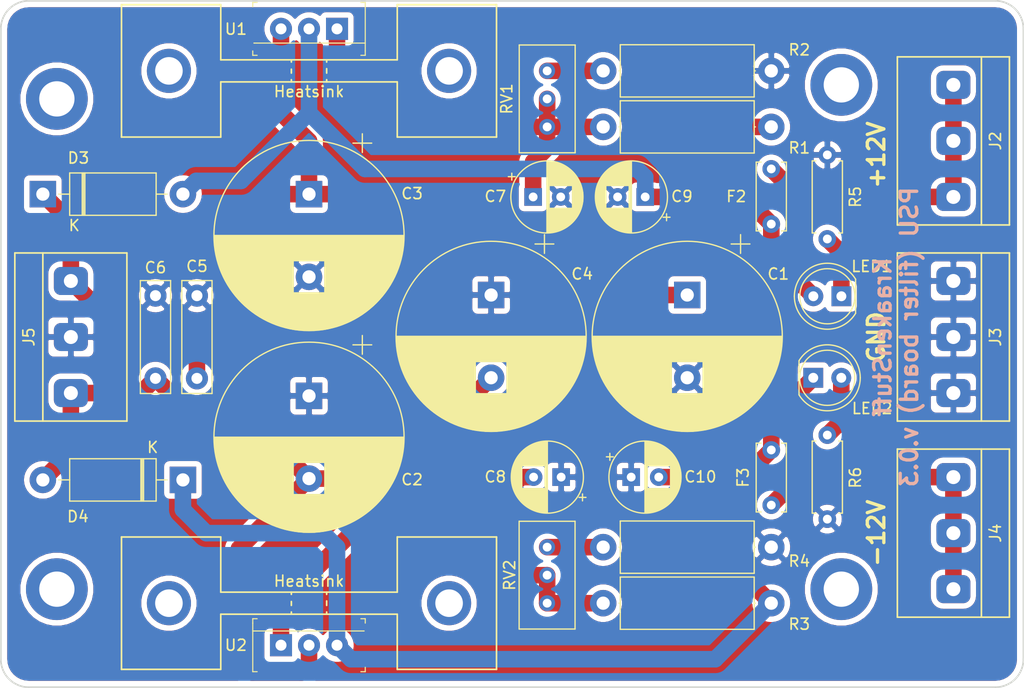
<source format=kicad_pcb>
(kicad_pcb (version 20171130) (host pcbnew "(5.1.0)-1")
  (layers (0 F.Cu signal) (31 B.Cu signal) (34 B.Paste user) (35 F.Paste user) (36 B.SilkS user) (37 F.SilkS user) (38 B.Mask user) (39 F.Mask user) (44 Edge.Cuts user))
  (net 0 "")
  (net 1 GND)
  (net 2 "Net-(C7-Pad1)")
  (net 3 "Net-(C10-Pad2)")
  (net 4 "Net-(C9-Pad1)")
  (net 5 "Net-(F2-Pad1)")
  (net 6 "Net-(F3-Pad1)")
  (net 7 "Net-(R2-Pad1)")
  (net 8 "Net-(R3-Pad2)")
  (net 9 +12_IN)
  (net 10 -12_IN)
  (net 11 "Net-(C8-Pad2)")
  (net 12 "Net-(LED1-Pad1)")
  (net 13 "Net-(LED2-Pad2)")
  (module Mounting_Holes:MountingHole_3.2mm_M3_DIN965_Pad (layer F.Cu) (at 139.7 63.5)
    (fp_text reference "" (at 0 -3.8) (layer F.SilkS))
    (fp_text value MountingHole_3.2mm_M3_DIN965_Pad)
    (pad "" thru_hole circle (at 0 0) (size 5.6 5.6) (drill 3.2) (layers *.Cu *.Mask))
  )
  (module Mounting_Holes:MountingHole_3.2mm_M3_DIN965_Pad (layer F.Cu) (at 68.58 64.77)
    (fp_text reference "" (at 0 -3.8) (layer F.SilkS))
    (fp_text value MountingHole_3.2mm_M3_DIN965_Pad)
    (pad "" thru_hole circle (at 0 0) (size 5.6 5.6) (drill 3.2) (layers *.Cu *.Mask))
  )
  (module Mounting_Holes:MountingHole_3.2mm_M3_DIN965_Pad (layer F.Cu) (at 139.7 109.22)
    (fp_text reference "" (at 0 -3.8) (layer F.SilkS))
    (fp_text value MountingHole_3.2mm_M3_DIN965_Pad)
    (pad "" thru_hole circle (at 0 0) (size 5.6 5.6) (drill 3.2) (layers *.Cu *.Mask))
  )
  (module "MojaBiblioteka:ALUMINIJUMSKI HLADNJAK TO-220_25" (layer F.Cu) (at 91.44 62.23)
    (fp_text reference Heatsink (at 0 1.8796 180) (layer F.SilkS))
    (fp_text value "ALUMINIJUMSKI HLADNJAK TO-220/25")
    (pad 1 thru_hole circle (at 12.7 0) (size 4 4) (drill 2.5) (layers *.Cu *.Mask))
    (pad 1 thru_hole circle (at -12.7 0) (size 4 4) (drill 2.5) (layers *.Cu *.Mask))
  )
  (module "MojaBiblioteka:ALUMINIJUMSKI HLADNJAK TO-220_25" (layer F.Cu) (at 91.44 110.49)
    (fp_text reference Heatsink (at 0 -2) (layer F.SilkS))
    (fp_text value "ALUMINIJUMSKI HLADNJAK TO-220/25")
    (pad 1 thru_hole circle (at -12.7 0) (size 4 4) (drill 2.5) (layers *.Cu *.Mask))
    (pad 1 thru_hole circle (at 12.7 0) (size 4 4) (drill 2.5) (layers *.Cu *.Mask))
  )
  (module Mounting_Holes:MountingHole_3.2mm_M3_DIN965_Pad (layer F.Cu) (at 68.58 109.22)
    (fp_text reference "" (at 0 -3.8) (layer F.SilkS))
    (fp_text value MountingHole_3.2mm_M3_DIN965_Pad)
    (pad "" thru_hole circle (at 0 0) (size 5.6 5.6) (drill 3.2) (layers *.Cu *.Mask))
  )
  (module Capacitor_THT:CP_Radial_D17.0mm_P7.50mm (layer F.Cu) (at 125.73 82.55 270)
    (fp_text reference C1 (at -1.905 -8.255) (layer F.SilkS))
    (fp_text value 4700u)
    (pad 1 thru_hole rect (at 0 0 270) (size 2.4 2.4) (drill 1.2) (layers *.Cu *.Mask) (net 9 +12_IN))
    (pad 2 thru_hole circle (at 7.5 0 270) (size 2.4 2.4) (drill 1.2) (layers *.Cu *.Mask) (net 1 GND))
  )
  (module Capacitor_THT:CP_Radial_D17.0mm_P7.50mm (layer F.Cu) (at 91.44 91.694 270)
    (fp_text reference C2 (at 7.5946 -9.3472) (layer F.SilkS))
    (fp_text value 4700u)
    (pad 2 thru_hole circle (at 7.5 0 270) (size 2.4 2.4) (drill 1.2) (layers *.Cu *.Mask) (net 10 -12_IN))
    (pad 1 thru_hole rect (at 0 0 270) (size 2.4 2.4) (drill 1.2) (layers *.Cu *.Mask) (net 1 GND))
  )
  (module Capacitor_THT:CP_Radial_D17.0mm_P7.50mm (layer F.Cu) (at 91.44 73.406 270)
    (fp_text reference C3 (at -0.0508 -9.3472) (layer F.SilkS))
    (fp_text value 4700u)
    (pad 1 thru_hole rect (at 0 0 270) (size 2.4 2.4) (drill 1.2) (layers *.Cu *.Mask) (net 9 +12_IN))
    (pad 2 thru_hole circle (at 7.5 0 270) (size 2.4 2.4) (drill 1.2) (layers *.Cu *.Mask) (net 1 GND))
  )
  (module Capacitor_THT:CP_Radial_D17.0mm_P7.50mm (layer F.Cu) (at 107.95 82.55 270)
    (fp_text reference C4 (at -1.905 -8.255) (layer F.SilkS))
    (fp_text value 4700u)
    (pad 2 thru_hole circle (at 7.5 0 270) (size 2.4 2.4) (drill 1.2) (layers *.Cu *.Mask) (net 10 -12_IN))
    (pad 1 thru_hole rect (at 0 0 270) (size 2.4 2.4) (drill 1.2) (layers *.Cu *.Mask) (net 1 GND))
  )
  (module Capacitor_THT:C_Rect_L10.0mm_W2.5mm_P7.50mm_MKS4 (layer F.Cu) (at 81.28 90.11 90)
    (fp_text reference C5 (at 10.16 0 180) (layer F.SilkS))
    (fp_text value 100n)
    (pad 2 thru_hole circle (at 7.5 0 90) (size 2 2) (drill 1) (layers *.Cu *.Mask) (net 1 GND))
    (pad 1 thru_hole circle (at 0 0 90) (size 2 2) (drill 1) (layers *.Cu *.Mask) (net 9 +12_IN))
  )
  (module Capacitor_THT:C_Rect_L10.0mm_W2.5mm_P7.50mm_MKS4 (layer F.Cu) (at 77.5208 82.61 270)
    (fp_text reference C6 (at -2.54 0) (layer F.SilkS))
    (fp_text value 100n)
    (pad 1 thru_hole circle (at 0 0 270) (size 2 2) (drill 1) (layers *.Cu *.Mask) (net 1 GND))
    (pad 2 thru_hole circle (at 7.5 0 270) (size 2 2) (drill 1) (layers *.Cu *.Mask) (net 10 -12_IN))
  )
  (module Capacitor_THT:C_Disc_D6.0mm_W2.5mm_P5.00mm (layer F.Cu) (at 133.35 71.12 270)
    (fp_text reference F2 (at 2.5 3.175) (layer F.SilkS))
    (fp_text value 1.6A)
    (pad 2 thru_hole circle (at 5 0 270) (size 1.6 1.6) (drill 0.8) (layers *.Cu *.Mask) (net 4 "Net-(C9-Pad1)"))
    (pad 1 thru_hole circle (at 0 0 270) (size 1.6 1.6) (drill 0.8) (layers *.Cu *.Mask) (net 5 "Net-(F2-Pad1)"))
  )
  (module Capacitor_THT:C_Disc_D6.0mm_W2.5mm_P5.00mm (layer F.Cu) (at 133.35 101.6 90)
    (fp_text reference F3 (at 2.5 -2.56 90) (layer F.SilkS))
    (fp_text value 1.6A)
    (pad 1 thru_hole circle (at 0 0 90) (size 1.6 1.6) (drill 0.8) (layers *.Cu *.Mask) (net 6 "Net-(F3-Pad1)"))
    (pad 2 thru_hole circle (at 5 0 90) (size 1.6 1.6) (drill 0.8) (layers *.Cu *.Mask) (net 3 "Net-(C10-Pad2)"))
  )
  (module "KraakenStuff:Klema x3" (layer F.Cu) (at 149.86 68.58 90)
    (fp_text reference J2 (at 0 3.81 90) (layer F.SilkS))
    (fp_text value +12V)
    (pad 3 thru_hole roundrect (at 5.08 0 90) (size 2.54 3.08) (drill 1.27) (layers *.Cu *.Mask) (net 5 "Net-(F2-Pad1)"))
    (pad 2 thru_hole roundrect (at 0 0 90) (size 2.54 3.08) (drill 1.27) (layers *.Cu *.Mask) (net 5 "Net-(F2-Pad1)"))
    (pad 1 thru_hole roundrect (at -5.08 0 90) (size 2.54 3.08) (drill 1.27) (layers *.Cu *.Mask) (net 5 "Net-(F2-Pad1)"))
  )
  (module "KraakenStuff:Klema x3" (layer F.Cu) (at 149.86 86.36 90)
    (fp_text reference J3 (at 0 3.81 90) (layer F.SilkS))
    (fp_text value GND)
    (pad 1 thru_hole roundrect (at -5.08 0 90) (size 2.54 3.08) (drill 1.27) (layers *.Cu *.Mask) (net 1 GND))
    (pad 2 thru_hole roundrect (at 0 0 90) (size 2.54 3.08) (drill 1.27) (layers *.Cu *.Mask) (net 1 GND))
    (pad 3 thru_hole roundrect (at 5.08 0 90) (size 2.54 3.08) (drill 1.27) (layers *.Cu *.Mask) (net 1 GND))
  )
  (module "KraakenStuff:Klema x3" (layer F.Cu) (at 149.86 104.14 90)
    (fp_text reference J4 (at 0 3.81 90) (layer F.SilkS))
    (fp_text value -12V)
    (pad 3 thru_hole roundrect (at 5.08 0 90) (size 2.54 3.08) (drill 1.27) (layers *.Cu *.Mask) (net 6 "Net-(F3-Pad1)"))
    (pad 2 thru_hole roundrect (at 0 0 90) (size 2.54 3.08) (drill 1.27) (layers *.Cu *.Mask) (net 6 "Net-(F3-Pad1)"))
    (pad 1 thru_hole roundrect (at -5.08 0 90) (size 2.54 3.08) (drill 1.27) (layers *.Cu *.Mask) (net 6 "Net-(F3-Pad1)"))
  )
  (module "KraakenStuff:Klema x3" (layer F.Cu) (at 69.85 86.36 270)
    (fp_text reference J5 (at 0 3.81 270) (layer F.SilkS))
    (fp_text value PWR_IN)
    (pad 1 thru_hole roundrect (at -5.08 0 270) (size 2.54 3.08) (drill 1.27) (layers *.Cu *.Mask) (net 9 +12_IN))
    (pad 2 thru_hole roundrect (at 0 0 270) (size 2.54 3.08) (drill 1.27) (layers *.Cu *.Mask) (net 1 GND))
    (pad 3 thru_hole roundrect (at 5.08 0 270) (size 2.54 3.08) (drill 1.27) (layers *.Cu *.Mask) (net 10 -12_IN))
  )
  (module LED_THT:LED_D5.0mm (layer F.Cu) (at 139.705 82.663333 180)
    (fp_text reference LED1 (at -2.7382 2.704133 180) (layer F.SilkS))
    (fp_text value LED)
    (pad 2 thru_hole circle (at 2.54 0 180) (size 1.8 1.8) (drill 0.9) (layers *.Cu *.Mask) (net 4 "Net-(C9-Pad1)"))
    (pad 1 thru_hole rect (at 0 0 180) (size 1.8 1.8) (drill 0.9) (layers *.Cu *.Mask) (net 12 "Net-(LED1-Pad1)"))
  )
  (module LED_THT:LED_D5.0mm (layer F.Cu) (at 137.155 90.056666)
    (fp_text reference LED2 (at 5.339 2.780334) (layer F.SilkS))
    (fp_text value LED)
    (pad 1 thru_hole rect (at 0 0) (size 1.8 1.8) (drill 0.9) (layers *.Cu *.Mask) (net 3 "Net-(C10-Pad2)"))
    (pad 2 thru_hole circle (at 2.54 0) (size 1.8 1.8) (drill 0.9) (layers *.Cu *.Mask) (net 13 "Net-(LED2-Pad2)"))
  )
  (module Resistor_THT:R_Axial_DIN0414_L11.9mm_D4.5mm_P15.24mm_Horizontal (layer F.Cu) (at 133.35 67.31 180)
    (fp_text reference R1 (at -2.54 -1.905 180) (layer F.SilkS))
    (fp_text value 240R)
    (pad 2 thru_hole oval (at 15.24 0 180) (size 2.4 2.4) (drill 1.2) (layers *.Cu *.Mask) (net 2 "Net-(C7-Pad1)"))
    (pad 1 thru_hole circle (at 0 0 180) (size 2.4 2.4) (drill 1.2) (layers *.Cu *.Mask) (net 4 "Net-(C9-Pad1)"))
  )
  (module Resistor_THT:R_Axial_DIN0414_L11.9mm_D4.5mm_P15.24mm_Horizontal (layer F.Cu) (at 118.11 62.23)
    (fp_text reference R2 (at 17.78 -1.905) (layer F.SilkS))
    (fp_text value 1k2)
    (pad 1 thru_hole circle (at 0 0) (size 2.4 2.4) (drill 1.2) (layers *.Cu *.Mask) (net 7 "Net-(R2-Pad1)"))
    (pad 2 thru_hole oval (at 15.24 0) (size 2.4 2.4) (drill 1.2) (layers *.Cu *.Mask) (net 1 GND))
  )
  (module Resistor_THT:R_Axial_DIN0414_L11.9mm_D4.5mm_P15.24mm_Horizontal (layer F.Cu) (at 133.35 105.41 180)
    (fp_text reference R3 (at -2.54 -6.985 180) (layer F.SilkS))
    (fp_text value 1k2)
    (pad 2 thru_hole oval (at 15.24 0 180) (size 2.4 2.4) (drill 1.2) (layers *.Cu *.Mask) (net 8 "Net-(R3-Pad2)"))
    (pad 1 thru_hole circle (at 0 0 180) (size 2.4 2.4) (drill 1.2) (layers *.Cu *.Mask) (net 1 GND))
  )
  (module Resistor_THT:R_Axial_DIN0414_L11.9mm_D4.5mm_P15.24mm_Horizontal (layer F.Cu) (at 118.11 110.49)
    (fp_text reference R4 (at 17.78 -3.81) (layer F.SilkS))
    (fp_text value 240R)
    (pad 1 thru_hole circle (at 0 0) (size 2.4 2.4) (drill 1.2) (layers *.Cu *.Mask) (net 11 "Net-(C8-Pad2)"))
    (pad 2 thru_hole oval (at 15.24 0) (size 2.4 2.4) (drill 1.2) (layers *.Cu *.Mask) (net 3 "Net-(C10-Pad2)"))
  )
  (module Resistor_THT:R_Axial_DIN0207_L6.3mm_D2.5mm_P7.62mm_Horizontal (layer F.Cu) (at 138.43 77.47 90)
    (fp_text reference R5 (at 3.81 2.54 270) (layer F.SilkS))
    (fp_text value 1k2)
    (pad 2 thru_hole oval (at 7.62 0 90) (size 1.6 1.6) (drill 0.8) (layers *.Cu *.Mask) (net 1 GND))
    (pad 1 thru_hole circle (at 0 0 90) (size 1.6 1.6) (drill 0.8) (layers *.Cu *.Mask) (net 12 "Net-(LED1-Pad1)"))
  )
  (module Resistor_THT:R_Axial_DIN0207_L6.3mm_D2.5mm_P7.62mm_Horizontal (layer F.Cu) (at 138.43 102.87 90)
    (fp_text reference R6 (at 3.7592 2.54 90) (layer F.SilkS))
    (fp_text value 1k2)
    (pad 1 thru_hole circle (at 0 0 90) (size 1.6 1.6) (drill 0.8) (layers *.Cu *.Mask) (net 1 GND))
    (pad 2 thru_hole oval (at 7.62 0 90) (size 1.6 1.6) (drill 0.8) (layers *.Cu *.Mask) (net 13 "Net-(LED2-Pad2)"))
  )
  (module Potentiometer_THT:Potentiometer_Bourns_3296W_Vertical (layer F.Cu) (at 113.03 62.23 90)
    (fp_text reference RV1 (at -2.54 -3.66 90) (layer F.SilkS))
    (fp_text value 2k)
    (pad 3 thru_hole circle (at -5.08 0 90) (size 1.44 1.44) (drill 0.8) (layers *.Cu *.Mask) (net 2 "Net-(C7-Pad1)"))
    (pad 2 thru_hole circle (at -2.54 0 90) (size 1.44 1.44) (drill 0.8) (layers *.Cu *.Mask) (net 2 "Net-(C7-Pad1)"))
    (pad 1 thru_hole circle (at 0 0 90) (size 1.44 1.44) (drill 0.8) (layers *.Cu *.Mask) (net 7 "Net-(R2-Pad1)"))
  )
  (module Potentiometer_THT:Potentiometer_Bourns_3296W_Vertical (layer F.Cu) (at 113.03 110.49 270)
    (fp_text reference RV2 (at -2.54 3.4036 270) (layer F.SilkS))
    (fp_text value 2k)
    (pad 1 thru_hole circle (at 0 0 270) (size 1.44 1.44) (drill 0.8) (layers *.Cu *.Mask) (net 11 "Net-(C8-Pad2)"))
    (pad 2 thru_hole circle (at -2.54 0 270) (size 1.44 1.44) (drill 0.8) (layers *.Cu *.Mask) (net 11 "Net-(C8-Pad2)"))
    (pad 3 thru_hole circle (at -5.08 0 270) (size 1.44 1.44) (drill 0.8) (layers *.Cu *.Mask) (net 8 "Net-(R3-Pad2)"))
  )
  (module KraakenStuff:TO-220-3 (layer F.Cu) (at 93.98 58.42 180)
    (fp_text reference U1 (at 9.1694 -0.0254 180) (layer F.SilkS))
    (fp_text value LM317)
    (pad 1 thru_hole rect (at 0 0 180) (size 2 2) (drill 1) (layers *.Cu *.Mask) (net 2 "Net-(C7-Pad1)"))
    (pad 2 thru_hole circle (at 2.54 0 180) (size 2 2) (drill 1) (layers *.Cu *.Mask) (net 4 "Net-(C9-Pad1)"))
    (pad 3 thru_hole circle (at 5.08 0 180) (size 2 2) (drill 1) (layers *.Cu *.Mask) (net 9 +12_IN))
  )
  (module KraakenStuff:TO-220-3 (layer F.Cu) (at 88.9 114.3)
    (fp_text reference U2 (at -4.0894 0) (layer F.SilkS))
    (fp_text value LM337)
    (pad 3 thru_hole circle (at 5.08 0) (size 2 2) (drill 1) (layers *.Cu *.Mask) (net 3 "Net-(C10-Pad2)"))
    (pad 2 thru_hole circle (at 2.54 0) (size 2 2) (drill 1) (layers *.Cu *.Mask) (net 10 -12_IN))
    (pad 1 thru_hole rect (at 0 0) (size 2 2) (drill 1) (layers *.Cu *.Mask) (net 11 "Net-(C8-Pad2)"))
  )
  (module Diode_THT:D_DO-15_P12.70mm_Horizontal (layer F.Cu) (at 67.31 73.406)
    (fp_text reference D3 (at 3.2258 -3.2766) (layer F.SilkS))
    (fp_text value 1N4007)
    (fp_text user K (at 2.8448 2.8448) (layer F.SilkS))
    (pad 2 thru_hole oval (at 12.7 0) (size 2.4 2.4) (drill 1.2) (layers *.Cu *.Mask) (net 4 "Net-(C9-Pad1)"))
    (pad 1 thru_hole rect (at 0 0) (size 2.4 2.4) (drill 1.2) (layers *.Cu *.Mask) (net 9 +12_IN))
  )
  (module Diode_THT:D_DO-15_P12.70mm_Horizontal (layer F.Cu) (at 80.01 99.314 180)
    (fp_text reference D4 (at 9.525 -3.3274 180) (layer F.SilkS))
    (fp_text value 1N4007)
    (fp_text user K (at 2.7432 2.9464 180) (layer F.SilkS))
    (pad 1 thru_hole rect (at 0 0 180) (size 2.4 2.4) (drill 1.2) (layers *.Cu *.Mask) (net 3 "Net-(C10-Pad2)"))
    (pad 2 thru_hole oval (at 12.7 0 180) (size 2.4 2.4) (drill 1.2) (layers *.Cu *.Mask) (net 10 -12_IN))
  )
  (module Capacitor_THT:CP_Radial_D6.3mm_P2.50mm (layer F.Cu) (at 111.76 73.66)
    (fp_text reference C7 (at -3.429 -0.0508) (layer F.SilkS))
    (fp_text value 10u)
    (pad 2 thru_hole circle (at 2.5 0) (size 1.6 1.6) (drill 0.8) (layers *.Cu *.Mask) (net 1 GND))
    (pad 1 thru_hole rect (at 0 0) (size 1.6 1.6) (drill 0.8) (layers *.Cu *.Mask) (net 2 "Net-(C7-Pad1)"))
  )
  (module Capacitor_THT:CP_Radial_D6.3mm_P2.50mm (layer F.Cu) (at 114.3 99.06 180)
    (fp_text reference C8 (at 5.969 0.0254 180) (layer F.SilkS))
    (fp_text value 10u)
    (pad 2 thru_hole circle (at 2.5 0 180) (size 1.6 1.6) (drill 0.8) (layers *.Cu *.Mask) (net 11 "Net-(C8-Pad2)"))
    (pad 1 thru_hole rect (at 0 0 180) (size 1.6 1.6) (drill 0.8) (layers *.Cu *.Mask) (net 1 GND))
  )
  (module Capacitor_THT:CP_Radial_D6.3mm_P2.50mm (layer F.Cu) (at 121.92 73.66 180)
    (fp_text reference C9 (at -3.3274 0.0508 180) (layer F.SilkS))
    (fp_text value 10u)
    (pad 1 thru_hole rect (at 0 0 180) (size 1.6 1.6) (drill 0.8) (layers *.Cu *.Mask) (net 4 "Net-(C9-Pad1)"))
    (pad 2 thru_hole circle (at 2.5 0 180) (size 1.6 1.6) (drill 0.8) (layers *.Cu *.Mask) (net 1 GND))
  )
  (module Capacitor_THT:CP_Radial_D6.3mm_P2.50mm (layer F.Cu) (at 120.65 99.06)
    (fp_text reference C10 (at 6.2738 -0.0254) (layer F.SilkS))
    (fp_text value 10u)
    (pad 1 thru_hole rect (at 0 0) (size 1.6 1.6) (drill 0.8) (layers *.Cu *.Mask) (net 1 GND))
    (pad 2 thru_hole circle (at 2.5 0) (size 1.6 1.6) (drill 0.8) (layers *.Cu *.Mask) (net 3 "Net-(C10-Pad2)"))
  )
  (gr_text "KraakenStuff\nPSU (filter board) v.0.3" (at 144.653 86.360001 90) (layer B.SilkS) (effects (font (size 1.5 1.5) (thickness 0.3)) (justify mirror)))
  (gr_text -12V (at 142.875 104.14 90) (layer F.SilkS) (effects (font (size 1.5 1.5) (thickness 0.3))))
  (gr_text GND (at 142.875 86.36 90) (layer F.SilkS) (effects (font (size 1.5 1.5) (thickness 0.3))))
  (gr_text +12V (at 142.875 69.85 90) (layer F.SilkS) (effects (font (size 1.5 1.5) (thickness 0.3))))
  (gr_line (start 156.21 115.57) (end 156.21 58.42) (layer Edge.Cuts) (width 0.15))
  (gr_arc (start 153.67 115.57) (end 153.67 118.11) (angle -90) (layer Edge.Cuts) (width 0.15))
  (gr_arc (start 153.67 58.42) (end 156.21 58.42) (angle -90) (layer Edge.Cuts) (width 0.15))
  (gr_line (start 63.5 58.42) (end 63.5 115.57) (layer Edge.Cuts) (width 0.15))
  (gr_line (start 153.67 55.88) (end 66.04 55.88) (layer Edge.Cuts) (width 0.15))
  (gr_arc (start 66.04 58.42) (end 66.04 55.88) (angle -90) (layer Edge.Cuts) (width 0.15))
  (gr_arc (start 66.04 115.57) (end 63.5 115.57) (angle -90) (layer Edge.Cuts) (width 0.15))
  (gr_line (start 153.67 118.11) (end 66.04 118.11) (layer Edge.Cuts) (width 0.15))
  (segment (start 113.03 64.77) (end 113.03 67.31) (width 1.5) (layer F.Cu) (net 2))
  (segment (start 113.03 67.31) (end 118.11 67.31) (width 1.5) (layer F.Cu) (net 2))
  (segment (start 113.03 69.215) (end 113.03 67.31) (width 1.5) (layer F.Cu) (net 2))
  (segment (start 111.76 73.66) (end 111.76 70.485) (width 1.5) (layer F.Cu) (net 2))
  (segment (start 111.76 70.485) (end 113.03 69.215) (width 1.5) (layer F.Cu) (net 2))
  (segment (start 96.52 67.31) (end 113.03 67.31) (width 1.5) (layer F.Cu) (net 2))
  (segment (start 93.98 58.42) (end 93.98 64.77) (width 1.5) (layer F.Cu) (net 2))
  (segment (start 93.98 64.77) (end 96.52 67.31) (width 1.5) (layer F.Cu) (net 2))
  (segment (start 130.89 99.06) (end 133.35 96.6) (width 1.5) (layer F.Cu) (net 3))
  (segment (start 127.635 104.775) (end 127.635 99.06) (width 1.5) (layer F.Cu) (net 3))
  (segment (start 133.35 110.49) (end 127.635 104.775) (width 1.5) (layer F.Cu) (net 3))
  (segment (start 127.635 99.06) (end 130.89 99.06) (width 1.5) (layer F.Cu) (net 3))
  (segment (start 133.35 93.861666) (end 137.155 90.056666) (width 1.5) (layer F.Cu) (net 3))
  (segment (start 133.35 96.6) (end 133.35 93.861666) (width 1.5) (layer F.Cu) (net 3))
  (segment (start 123.15 99.06) (end 127.635 99.06) (width 1.5) (layer F.Cu) (net 3))
  (segment (start 92.71 104.14) (end 88.56 104.14) (width 1.5) (layer B.Cu) (net 3))
  (segment (start 93.98 114.3) (end 93.98 105.41) (width 1.5) (layer B.Cu) (net 3))
  (segment (start 93.98 105.41) (end 92.71 104.14) (width 1.5) (layer B.Cu) (net 3))
  (segment (start 130.61501 113.22499) (end 133.35 110.49) (width 1.5) (layer B.Cu) (net 3))
  (segment (start 128.27 115.57) (end 130.61501 113.22499) (width 1.5) (layer B.Cu) (net 3))
  (segment (start 93.98 114.3) (end 95.25 115.57) (width 1.5) (layer B.Cu) (net 3))
  (segment (start 95.25 115.57) (end 128.27 115.57) (width 1.5) (layer B.Cu) (net 3))
  (segment (start 82.136 104.14) (end 88.56 104.14) (width 1.5) (layer B.Cu) (net 3))
  (segment (start 80.01 102.014) (end 82.136 104.14) (width 1.5) (layer B.Cu) (net 3))
  (segment (start 80.01 99.314) (end 80.01 102.014) (width 1.5) (layer B.Cu) (net 3))
  (segment (start 130.89 73.66) (end 133.35 76.12) (width 1.5) (layer F.Cu) (net 4))
  (segment (start 127.635 69.215) (end 127.635 73.66) (width 1.5) (layer F.Cu) (net 4))
  (segment (start 129.54 67.31) (end 127.635 69.215) (width 1.5) (layer F.Cu) (net 4))
  (segment (start 133.35 67.31) (end 129.54 67.31) (width 1.5) (layer F.Cu) (net 4))
  (segment (start 127.635 73.66) (end 130.89 73.66) (width 1.5) (layer F.Cu) (net 4))
  (segment (start 121.18 71.12) (end 121.92 71.86) (width 1.5) (layer B.Cu) (net 4))
  (segment (start 96.52 71.12) (end 121.18 71.12) (width 1.5) (layer B.Cu) (net 4))
  (segment (start 91.44 66.04) (end 96.52 71.12) (width 1.5) (layer B.Cu) (net 4))
  (segment (start 133.35 78.848333) (end 137.165 82.663333) (width 1.5) (layer F.Cu) (net 4))
  (segment (start 133.35 76.12) (end 133.35 78.848333) (width 1.5) (layer F.Cu) (net 4))
  (segment (start 91.44 62.2046) (end 91.44 66.04) (width 1.5) (layer B.Cu) (net 4))
  (segment (start 124.22 73.66) (end 127.635 73.66) (width 1.5) (layer F.Cu) (net 4))
  (segment (start 121.92 73.66) (end 124.22 73.66) (width 1.5) (layer F.Cu) (net 4))
  (segment (start 121.92 73.66) (end 121.92 71.86) (width 1.5) (layer B.Cu) (net 4))
  (segment (start 91.44 62.2046) (end 91.44 58.42) (width 1.5) (layer B.Cu) (net 4))
  (segment (start 85.273999 72.206001) (end 91.44 66.04) (width 1.5) (layer B.Cu) (net 4))
  (segment (start 81.209999 72.206001) (end 85.273999 72.206001) (width 1.5) (layer B.Cu) (net 4))
  (segment (start 80.01 73.406) (end 81.209999 72.206001) (width 1.5) (layer B.Cu) (net 4))
  (segment (start 149.86 63.5) (end 149.86 68.58) (width 1.5) (layer F.Cu) (net 5))
  (segment (start 149.86 68.58) (end 149.86 73.66) (width 1.5) (layer F.Cu) (net 5))
  (segment (start 135.89 73.66) (end 133.35 71.12) (width 1.5) (layer F.Cu) (net 5))
  (segment (start 149.86 73.66) (end 135.89 73.66) (width 1.5) (layer F.Cu) (net 5))
  (segment (start 149.86 99.06) (end 149.86 104.14) (width 1.5) (layer F.Cu) (net 6))
  (segment (start 149.86 104.14) (end 149.86 109.22) (width 1.5) (layer F.Cu) (net 6))
  (segment (start 135.89 99.06) (end 149.86 99.06) (width 1.5) (layer F.Cu) (net 6))
  (segment (start 133.35 101.6) (end 135.89 99.06) (width 1.5) (layer F.Cu) (net 6))
  (segment (start 113.03 62.23) (end 118.11 62.23) (width 1.5) (layer F.Cu) (net 7))
  (segment (start 113.03 105.41) (end 118.11 105.41) (width 1.5) (layer F.Cu) (net 8))
  (segment (start 123.53 82.55) (end 119.72 78.74) (width 1.5) (layer F.Cu) (net 9))
  (segment (start 125.73 82.55) (end 123.53 82.55) (width 1.5) (layer F.Cu) (net 9))
  (segment (start 81.28 87.63) (end 81.28 90.17) (width 1.5) (layer F.Cu) (net 9))
  (segment (start 80.01 86.36) (end 81.28 87.63) (width 1.5) (layer F.Cu) (net 9))
  (segment (start 74.93 86.36) (end 80.01 86.36) (width 1.5) (layer F.Cu) (net 9))
  (segment (start 88.9 62.2046) (end 88.9 66.04) (width 1.5) (layer F.Cu) (net 9))
  (segment (start 88.9 66.04) (end 91.44 68.58) (width 1.5) (layer F.Cu) (net 9))
  (segment (start 88.9 62.2046) (end 88.9 58.42) (width 1.5) (layer F.Cu) (net 9))
  (segment (start 91.44 73.406) (end 91.44 68.58) (width 1.5) (layer F.Cu) (net 9))
  (segment (start 86.36 82.55) (end 81.28 87.63) (width 1.5) (layer F.Cu) (net 9))
  (segment (start 86.36 75.786) (end 86.36 82.55) (width 1.5) (layer F.Cu) (net 9))
  (segment (start 88.74 73.406) (end 86.36 75.786) (width 1.5) (layer F.Cu) (net 9))
  (segment (start 91.44 73.406) (end 88.74 73.406) (width 1.5) (layer F.Cu) (net 9))
  (segment (start 94.14 73.406) (end 99.474 78.74) (width 1.5) (layer F.Cu) (net 9))
  (segment (start 91.44 73.406) (end 94.14 73.406) (width 1.5) (layer F.Cu) (net 9))
  (segment (start 99.474 78.74) (end 119.72 78.74) (width 1.5) (layer F.Cu) (net 9))
  (segment (start 69.85 75.946) (end 67.31 73.406) (width 1.5) (layer F.Cu) (net 9))
  (segment (start 69.85 81.28) (end 69.85 75.946) (width 1.5) (layer F.Cu) (net 9))
  (segment (start 69.85 81.28) (end 74.93 86.36) (width 1.5) (layer F.Cu) (net 9))
  (segment (start 76.1908 91.44) (end 77.5208 90.11) (width 1.5) (layer F.Cu) (net 10))
  (segment (start 69.85 91.44) (end 76.1908 91.44) (width 1.5) (layer F.Cu) (net 10))
  (segment (start 77.5208 90.11) (end 81.3908 93.98) (width 1.5) (layer F.Cu) (net 10))
  (segment (start 98.806 99.194) (end 107.95 90.05) (width 1.5) (layer F.Cu) (net 10))
  (segment (start 91.44 99.194) (end 98.806 99.194) (width 1.5) (layer F.Cu) (net 10))
  (segment (start 86.226 93.98) (end 91.44 99.194) (width 1.5) (layer F.Cu) (net 10))
  (segment (start 81.3908 93.98) (end 86.226 93.98) (width 1.5) (layer F.Cu) (net 10))
  (segment (start 85.09 105.544) (end 91.44 99.194) (width 1.5) (layer F.Cu) (net 10))
  (segment (start 85.09 115.57) (end 85.09 105.544) (width 1.5) (layer F.Cu) (net 10))
  (segment (start 86.30499 116.78499) (end 85.09 115.57) (width 1.5) (layer F.Cu) (net 10))
  (segment (start 90.73301 116.78499) (end 86.30499 116.78499) (width 1.5) (layer F.Cu) (net 10))
  (segment (start 91.44 114.3) (end 91.44 116.078) (width 1.5) (layer F.Cu) (net 10))
  (segment (start 91.44 116.078) (end 90.73301 116.78499) (width 1.5) (layer F.Cu) (net 10))
  (segment (start 69.85 96.774) (end 67.31 99.314) (width 1.5) (layer F.Cu) (net 10))
  (segment (start 69.85 91.44) (end 69.85 96.774) (width 1.5) (layer F.Cu) (net 10))
  (segment (start 118.11 110.49) (end 113.03 110.49) (width 1.5) (layer F.Cu) (net 11))
  (segment (start 113.03 110.49) (end 113.03 107.95) (width 1.5) (layer F.Cu) (net 11))
  (segment (start 113.03 107.95) (end 111.125 107.95) (width 1.5) (layer F.Cu) (net 11))
  (segment (start 109.22 106.045) (end 111.125 107.95) (width 1.5) (layer F.Cu) (net 11))
  (segment (start 110.66863 99.06) (end 109.22 100.50863) (width 1.5) (layer F.Cu) (net 11))
  (segment (start 111.8 99.06) (end 110.66863 99.06) (width 1.5) (layer F.Cu) (net 11))
  (segment (start 109.22 100.50863) (end 109.22 104.14) (width 1.5) (layer F.Cu) (net 11))
  (segment (start 109.22 104.14) (end 109.22 106.045) (width 1.5) (layer F.Cu) (net 11))
  (segment (start 95.29 104.14) (end 109.22 104.14) (width 1.5) (layer F.Cu) (net 11))
  (segment (start 88.9 114.3) (end 88.9 110.53) (width 1.5) (layer F.Cu) (net 11))
  (segment (start 88.9 110.53) (end 95.29 104.14) (width 1.5) (layer F.Cu) (net 11))
  (segment (start 139.705 78.745) (end 139.705 82.663333) (width 1.5) (layer F.Cu) (net 12))
  (segment (start 138.43 77.47) (end 139.705 78.745) (width 1.5) (layer F.Cu) (net 12))
  (segment (start 139.695 93.985) (end 138.43 95.25) (width 1.5) (layer F.Cu) (net 13))
  (segment (start 139.695 90.056666) (end 139.695 93.985) (width 1.5) (layer F.Cu) (net 13))
  (zone (net 1) (net_name GND) (layer F.Cu) (connect_pads (clearance 0.508)) (min_thickness 0.254) (fill yes (arc_segments 16) (thermal_gap 0.508) (thermal_bridge_width 0.508) (smoothing fillet) (radius 2.54))
    (polygon (pts (xy 63.5 55.88) (xy 156.21 55.88) (xy 156.21 118.11) (xy 63.5 118.11)))
  )
  (zone (net 1) (net_name GND) (layer B.Cu) (connect_pads (clearance 0.508)) (min_thickness 0.254) (fill yes (arc_segments 16) (thermal_gap 0.508) (thermal_bridge_width 0.508) (smoothing fillet) (radius 2.54))
    (polygon (pts (xy 63.5 55.88) (xy 156.21 55.88) (xy 156.21 118.11) (xy 63.5 118.11)))
  )
)
</source>
